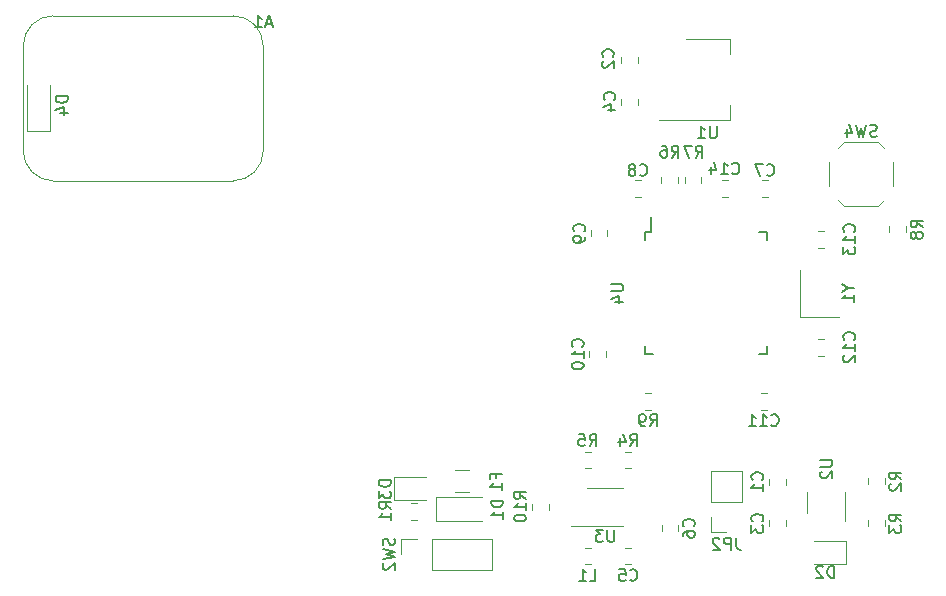
<source format=gbr>
G04 #@! TF.GenerationSoftware,KiCad,Pcbnew,(5.1.6)-1*
G04 #@! TF.CreationDate,2020-11-30T20:52:42-08:00*
G04 #@! TF.ProjectId,pcb2,70636232-2e6b-4696-9361-645f70636258,rev?*
G04 #@! TF.SameCoordinates,Original*
G04 #@! TF.FileFunction,Legend,Bot*
G04 #@! TF.FilePolarity,Positive*
%FSLAX46Y46*%
G04 Gerber Fmt 4.6, Leading zero omitted, Abs format (unit mm)*
G04 Created by KiCad (PCBNEW (5.1.6)-1) date 2020-11-30 20:52:42*
%MOMM*%
%LPD*%
G01*
G04 APERTURE LIST*
%ADD10C,0.120000*%
%ADD11C,0.150000*%
G04 APERTURE END LIST*
D10*
G04 #@! TO.C,C14*
X151205458Y-68804860D02*
X150688302Y-68804860D01*
X151205458Y-67384860D02*
X150688302Y-67384860D01*
G04 #@! TO.C,C8*
X143870178Y-68807400D02*
X143353022Y-68807400D01*
X143870178Y-67387400D02*
X143353022Y-67387400D01*
G04 #@! TO.C,A1*
X109347000Y-67437000D02*
X94107000Y-67437000D01*
X111887000Y-56007000D02*
X111887000Y-64897000D01*
X91567000Y-56007000D02*
X91567000Y-64897000D01*
X94107000Y-53467000D02*
X109347000Y-53467000D01*
X94107000Y-53467000D02*
G75*
G03*
X91567000Y-56007000I0J-2540000D01*
G01*
X111887000Y-56007000D02*
G75*
G03*
X109347000Y-53467000I-2540000J0D01*
G01*
X109347000Y-67437000D02*
G75*
G03*
X111887000Y-64897000I0J2540000D01*
G01*
X91567000Y-64897000D02*
G75*
G03*
X94107000Y-67437000I2540000J0D01*
G01*
G04 #@! TO.C,C1*
X156132600Y-92656922D02*
X156132600Y-93174078D01*
X154712600Y-92656922D02*
X154712600Y-93174078D01*
G04 #@! TO.C,C2*
X142190400Y-57436278D02*
X142190400Y-56919122D01*
X143610400Y-57436278D02*
X143610400Y-56919122D01*
G04 #@! TO.C,C3*
X156132600Y-96700078D02*
X156132600Y-96182922D01*
X154712600Y-96700078D02*
X154712600Y-96182922D01*
G04 #@! TO.C,C4*
X142190400Y-60475122D02*
X142190400Y-60992278D01*
X143610400Y-60475122D02*
X143610400Y-60992278D01*
G04 #@! TO.C,C5*
X142517122Y-98502400D02*
X143034278Y-98502400D01*
X142517122Y-99922400D02*
X143034278Y-99922400D01*
G04 #@! TO.C,C6*
X147026700Y-96604322D02*
X147026700Y-97121478D01*
X145606700Y-96604322D02*
X145606700Y-97121478D01*
G04 #@! TO.C,C7*
X154099522Y-68807400D02*
X154616678Y-68807400D01*
X154099522Y-67387400D02*
X154616678Y-67387400D01*
G04 #@! TO.C,C9*
X141019600Y-72140578D02*
X141019600Y-71623422D01*
X139599600Y-72140578D02*
X139599600Y-71623422D01*
G04 #@! TO.C,C10*
X139498000Y-81861922D02*
X139498000Y-82379078D01*
X140918000Y-81861922D02*
X140918000Y-82379078D01*
G04 #@! TO.C,C11*
X153997922Y-86816000D02*
X154515078Y-86816000D01*
X153997922Y-85396000D02*
X154515078Y-85396000D01*
G04 #@! TO.C,C12*
X158823922Y-80824000D02*
X159341078Y-80824000D01*
X158823922Y-82244000D02*
X159341078Y-82244000D01*
G04 #@! TO.C,C13*
X158823922Y-73100000D02*
X159341078Y-73100000D01*
X158823922Y-71680000D02*
X159341078Y-71680000D01*
G04 #@! TO.C,D1*
X126488900Y-96250000D02*
X126488900Y-94250000D01*
X126488900Y-94250000D02*
X130388900Y-94250000D01*
X126488900Y-96250000D02*
X130388900Y-96250000D01*
G04 #@! TO.C,D2*
X161220100Y-99893000D02*
X158535100Y-99893000D01*
X161220100Y-97973000D02*
X161220100Y-99893000D01*
X158535100Y-97973000D02*
X161220100Y-97973000D01*
G04 #@! TO.C,D3*
X125627400Y-94432000D02*
X122942400Y-94432000D01*
X122942400Y-94432000D02*
X122942400Y-92512000D01*
X122942400Y-92512000D02*
X125627400Y-92512000D01*
G04 #@! TO.C,D4*
X93862400Y-63260800D02*
X93862400Y-59360800D01*
X91862400Y-63260800D02*
X91862400Y-59360800D01*
X93862400Y-63260800D02*
X91862400Y-63260800D01*
G04 #@! TO.C,F1*
X129344964Y-93747000D02*
X128140836Y-93747000D01*
X129344964Y-91927000D02*
X128140836Y-91927000D01*
G04 #@! TO.C,JP2*
X149774600Y-97215000D02*
X151104600Y-97215000D01*
X149774600Y-95885000D02*
X149774600Y-97215000D01*
X149774600Y-94615000D02*
X152434600Y-94615000D01*
X152434600Y-94615000D02*
X152434600Y-92015000D01*
X149774600Y-94615000D02*
X149774600Y-92015000D01*
X149774600Y-92015000D02*
X152434600Y-92015000D01*
G04 #@! TO.C,L1*
X139605278Y-99922400D02*
X139088122Y-99922400D01*
X139605278Y-98502400D02*
X139088122Y-98502400D01*
G04 #@! TO.C,R1*
X124368822Y-96150500D02*
X124885978Y-96150500D01*
X124368822Y-94730500D02*
X124885978Y-94730500D01*
G04 #@! TO.C,R2*
X164514600Y-92626922D02*
X164514600Y-93144078D01*
X163094600Y-92626922D02*
X163094600Y-93144078D01*
G04 #@! TO.C,R3*
X163094600Y-96700078D02*
X163094600Y-96182922D01*
X164514600Y-96700078D02*
X164514600Y-96182922D01*
G04 #@! TO.C,R4*
X143034278Y-91794400D02*
X142517122Y-91794400D01*
X143034278Y-90374400D02*
X142517122Y-90374400D01*
G04 #@! TO.C,R5*
X139605278Y-90374400D02*
X139088122Y-90374400D01*
X139605278Y-91794400D02*
X139088122Y-91794400D01*
G04 #@! TO.C,R6*
X147014000Y-67647078D02*
X147014000Y-67129922D01*
X145594000Y-67647078D02*
X145594000Y-67129922D01*
G04 #@! TO.C,R7*
X147554880Y-67647078D02*
X147554880Y-67129922D01*
X148974880Y-67647078D02*
X148974880Y-67129922D01*
G04 #@! TO.C,R8*
X166318000Y-71808078D02*
X166318000Y-71290922D01*
X164898000Y-71808078D02*
X164898000Y-71290922D01*
G04 #@! TO.C,R9*
X144218922Y-86816000D02*
X144736078Y-86816000D01*
X144218922Y-85396000D02*
X144736078Y-85396000D01*
G04 #@! TO.C,R10*
X134621200Y-95328478D02*
X134621200Y-94811322D01*
X136041200Y-95328478D02*
X136041200Y-94811322D01*
G04 #@! TO.C,SW2*
X123555401Y-97731001D02*
X123555401Y-99061001D01*
X124885401Y-97731001D02*
X123555401Y-97731001D01*
X126155401Y-97731001D02*
X126155401Y-100391001D01*
X126155401Y-100391001D02*
X131295401Y-100391001D01*
X126155401Y-97731001D02*
X131295401Y-97731001D01*
X131295401Y-97731001D02*
X131295401Y-100391001D01*
G04 #@! TO.C,SW4*
X161059200Y-69572800D02*
X160569200Y-69082800D01*
X163959200Y-69572800D02*
X161059200Y-69572800D01*
X163959200Y-69572800D02*
X164449200Y-69082800D01*
X163959200Y-64132800D02*
X161059200Y-64132800D01*
X163959200Y-64132800D02*
X164449200Y-64622800D01*
X159789200Y-67892800D02*
X159789200Y-65812800D01*
X161059200Y-64132800D02*
X160569200Y-64622800D01*
X165229200Y-67892800D02*
X165229200Y-65812800D01*
G04 #@! TO.C,U1*
X145404400Y-62287200D02*
X151414400Y-62287200D01*
X147654400Y-55467200D02*
X151414400Y-55467200D01*
X151414400Y-62287200D02*
X151414400Y-61027200D01*
X151414400Y-55467200D02*
X151414400Y-56727200D01*
G04 #@! TO.C,U2*
X161162600Y-93799000D02*
X161162600Y-96249000D01*
X157942600Y-95599000D02*
X157942600Y-93799000D01*
G04 #@! TO.C,U3*
X140838700Y-96702400D02*
X137913700Y-96702400D01*
X140838700Y-96702400D02*
X142338700Y-96702400D01*
X140838700Y-93482400D02*
X139338700Y-93482400D01*
X140838700Y-93482400D02*
X142338700Y-93482400D01*
D11*
G04 #@! TO.C,U4*
X144752000Y-71787000D02*
X144752000Y-70512000D01*
X144177000Y-82137000D02*
X144177000Y-81462000D01*
X154527000Y-82137000D02*
X154527000Y-81462000D01*
X154527000Y-71787000D02*
X154527000Y-72462000D01*
X144177000Y-71787000D02*
X144177000Y-72462000D01*
X154527000Y-71787000D02*
X153852000Y-71787000D01*
X154527000Y-82137000D02*
X153852000Y-82137000D01*
X144177000Y-82137000D02*
X144852000Y-82137000D01*
X144177000Y-71787000D02*
X144752000Y-71787000D01*
D10*
G04 #@! TO.C,Y1*
X157354000Y-78962000D02*
X157354000Y-74962000D01*
X160654000Y-78962000D02*
X157354000Y-78962000D01*
G04 #@! TO.C,C14*
D11*
X151589737Y-66802002D02*
X151637356Y-66849621D01*
X151780213Y-66897240D01*
X151875451Y-66897240D01*
X152018308Y-66849621D01*
X152113546Y-66754383D01*
X152161165Y-66659145D01*
X152208784Y-66468669D01*
X152208784Y-66325812D01*
X152161165Y-66135336D01*
X152113546Y-66040098D01*
X152018308Y-65944860D01*
X151875451Y-65897240D01*
X151780213Y-65897240D01*
X151637356Y-65944860D01*
X151589737Y-65992479D01*
X150637356Y-66897240D02*
X151208784Y-66897240D01*
X150923070Y-66897240D02*
X150923070Y-65897240D01*
X151018308Y-66040098D01*
X151113546Y-66135336D01*
X151208784Y-66182955D01*
X149780213Y-66230574D02*
X149780213Y-66897240D01*
X150018308Y-65849621D02*
X150256403Y-66563907D01*
X149637356Y-66563907D01*
G04 #@! TO.C,C8*
X143778266Y-66930542D02*
X143825885Y-66978161D01*
X143968742Y-67025780D01*
X144063980Y-67025780D01*
X144206838Y-66978161D01*
X144302076Y-66882923D01*
X144349695Y-66787685D01*
X144397314Y-66597209D01*
X144397314Y-66454352D01*
X144349695Y-66263876D01*
X144302076Y-66168638D01*
X144206838Y-66073400D01*
X144063980Y-66025780D01*
X143968742Y-66025780D01*
X143825885Y-66073400D01*
X143778266Y-66121019D01*
X143206838Y-66454352D02*
X143302076Y-66406733D01*
X143349695Y-66359114D01*
X143397314Y-66263876D01*
X143397314Y-66216257D01*
X143349695Y-66121019D01*
X143302076Y-66073400D01*
X143206838Y-66025780D01*
X143016361Y-66025780D01*
X142921123Y-66073400D01*
X142873504Y-66121019D01*
X142825885Y-66216257D01*
X142825885Y-66263876D01*
X142873504Y-66359114D01*
X142921123Y-66406733D01*
X143016361Y-66454352D01*
X143206838Y-66454352D01*
X143302076Y-66501971D01*
X143349695Y-66549590D01*
X143397314Y-66644828D01*
X143397314Y-66835304D01*
X143349695Y-66930542D01*
X143302076Y-66978161D01*
X143206838Y-67025780D01*
X143016361Y-67025780D01*
X142921123Y-66978161D01*
X142873504Y-66930542D01*
X142825885Y-66835304D01*
X142825885Y-66644828D01*
X142873504Y-66549590D01*
X142921123Y-66501971D01*
X143016361Y-66454352D01*
G04 #@! TO.C,A1*
X112601285Y-54133666D02*
X112125095Y-54133666D01*
X112696523Y-54419380D02*
X112363190Y-53419380D01*
X112029857Y-54419380D01*
X111172714Y-54419380D02*
X111744142Y-54419380D01*
X111458428Y-54419380D02*
X111458428Y-53419380D01*
X111553666Y-53562238D01*
X111648904Y-53657476D01*
X111744142Y-53705095D01*
G04 #@! TO.C,C1*
X154129742Y-92748833D02*
X154177361Y-92701214D01*
X154224980Y-92558357D01*
X154224980Y-92463119D01*
X154177361Y-92320261D01*
X154082123Y-92225023D01*
X153986885Y-92177404D01*
X153796409Y-92129785D01*
X153653552Y-92129785D01*
X153463076Y-92177404D01*
X153367838Y-92225023D01*
X153272600Y-92320261D01*
X153224980Y-92463119D01*
X153224980Y-92558357D01*
X153272600Y-92701214D01*
X153320219Y-92748833D01*
X154224980Y-93701214D02*
X154224980Y-93129785D01*
X154224980Y-93415500D02*
X153224980Y-93415500D01*
X153367838Y-93320261D01*
X153463076Y-93225023D01*
X153510695Y-93129785D01*
G04 #@! TO.C,C2*
X141479542Y-56932533D02*
X141527161Y-56884914D01*
X141574780Y-56742057D01*
X141574780Y-56646819D01*
X141527161Y-56503961D01*
X141431923Y-56408723D01*
X141336685Y-56361104D01*
X141146209Y-56313485D01*
X141003352Y-56313485D01*
X140812876Y-56361104D01*
X140717638Y-56408723D01*
X140622400Y-56503961D01*
X140574780Y-56646819D01*
X140574780Y-56742057D01*
X140622400Y-56884914D01*
X140670019Y-56932533D01*
X140670019Y-57313485D02*
X140622400Y-57361104D01*
X140574780Y-57456342D01*
X140574780Y-57694438D01*
X140622400Y-57789676D01*
X140670019Y-57837295D01*
X140765257Y-57884914D01*
X140860495Y-57884914D01*
X141003352Y-57837295D01*
X141574780Y-57265866D01*
X141574780Y-57884914D01*
G04 #@! TO.C,C3*
X154128742Y-96274833D02*
X154176361Y-96227214D01*
X154223980Y-96084357D01*
X154223980Y-95989119D01*
X154176361Y-95846261D01*
X154081123Y-95751023D01*
X153985885Y-95703404D01*
X153795409Y-95655785D01*
X153652552Y-95655785D01*
X153462076Y-95703404D01*
X153366838Y-95751023D01*
X153271600Y-95846261D01*
X153223980Y-95989119D01*
X153223980Y-96084357D01*
X153271600Y-96227214D01*
X153319219Y-96274833D01*
X153223980Y-96608166D02*
X153223980Y-97227214D01*
X153604933Y-96893880D01*
X153604933Y-97036738D01*
X153652552Y-97131976D01*
X153700171Y-97179595D01*
X153795409Y-97227214D01*
X154033504Y-97227214D01*
X154128742Y-97179595D01*
X154176361Y-97131976D01*
X154223980Y-97036738D01*
X154223980Y-96751023D01*
X154176361Y-96655785D01*
X154128742Y-96608166D01*
G04 #@! TO.C,C4*
X141607542Y-60567033D02*
X141655161Y-60519414D01*
X141702780Y-60376557D01*
X141702780Y-60281319D01*
X141655161Y-60138461D01*
X141559923Y-60043223D01*
X141464685Y-59995604D01*
X141274209Y-59947985D01*
X141131352Y-59947985D01*
X140940876Y-59995604D01*
X140845638Y-60043223D01*
X140750400Y-60138461D01*
X140702780Y-60281319D01*
X140702780Y-60376557D01*
X140750400Y-60519414D01*
X140798019Y-60567033D01*
X141036114Y-61424176D02*
X141702780Y-61424176D01*
X140655161Y-61186080D02*
X141369447Y-60947985D01*
X141369447Y-61567033D01*
G04 #@! TO.C,C5*
X142942366Y-101219542D02*
X142989985Y-101267161D01*
X143132842Y-101314780D01*
X143228080Y-101314780D01*
X143370938Y-101267161D01*
X143466176Y-101171923D01*
X143513795Y-101076685D01*
X143561414Y-100886209D01*
X143561414Y-100743352D01*
X143513795Y-100552876D01*
X143466176Y-100457638D01*
X143370938Y-100362400D01*
X143228080Y-100314780D01*
X143132842Y-100314780D01*
X142989985Y-100362400D01*
X142942366Y-100410019D01*
X142037604Y-100314780D02*
X142513795Y-100314780D01*
X142561414Y-100790971D01*
X142513795Y-100743352D01*
X142418557Y-100695733D01*
X142180461Y-100695733D01*
X142085223Y-100743352D01*
X142037604Y-100790971D01*
X141989985Y-100886209D01*
X141989985Y-101124304D01*
X142037604Y-101219542D01*
X142085223Y-101267161D01*
X142180461Y-101314780D01*
X142418557Y-101314780D01*
X142513795Y-101267161D01*
X142561414Y-101219542D01*
G04 #@! TO.C,C6*
X148324842Y-96696233D02*
X148372461Y-96648614D01*
X148420080Y-96505757D01*
X148420080Y-96410519D01*
X148372461Y-96267661D01*
X148277223Y-96172423D01*
X148181985Y-96124804D01*
X147991509Y-96077185D01*
X147848652Y-96077185D01*
X147658176Y-96124804D01*
X147562938Y-96172423D01*
X147467700Y-96267661D01*
X147420080Y-96410519D01*
X147420080Y-96505757D01*
X147467700Y-96648614D01*
X147515319Y-96696233D01*
X147420080Y-97553376D02*
X147420080Y-97362900D01*
X147467700Y-97267661D01*
X147515319Y-97220042D01*
X147658176Y-97124804D01*
X147848652Y-97077185D01*
X148229604Y-97077185D01*
X148324842Y-97124804D01*
X148372461Y-97172423D01*
X148420080Y-97267661D01*
X148420080Y-97458138D01*
X148372461Y-97553376D01*
X148324842Y-97600995D01*
X148229604Y-97648614D01*
X147991509Y-97648614D01*
X147896271Y-97600995D01*
X147848652Y-97553376D01*
X147801033Y-97458138D01*
X147801033Y-97267661D01*
X147848652Y-97172423D01*
X147896271Y-97124804D01*
X147991509Y-97077185D01*
G04 #@! TO.C,C7*
X154524766Y-66930542D02*
X154572385Y-66978161D01*
X154715242Y-67025780D01*
X154810480Y-67025780D01*
X154953338Y-66978161D01*
X155048576Y-66882923D01*
X155096195Y-66787685D01*
X155143814Y-66597209D01*
X155143814Y-66454352D01*
X155096195Y-66263876D01*
X155048576Y-66168638D01*
X154953338Y-66073400D01*
X154810480Y-66025780D01*
X154715242Y-66025780D01*
X154572385Y-66073400D01*
X154524766Y-66121019D01*
X154191433Y-66025780D02*
X153524766Y-66025780D01*
X153953338Y-67025780D01*
G04 #@! TO.C,C9*
X139041142Y-71715333D02*
X139088761Y-71667714D01*
X139136380Y-71524857D01*
X139136380Y-71429619D01*
X139088761Y-71286761D01*
X138993523Y-71191523D01*
X138898285Y-71143904D01*
X138707809Y-71096285D01*
X138564952Y-71096285D01*
X138374476Y-71143904D01*
X138279238Y-71191523D01*
X138184000Y-71286761D01*
X138136380Y-71429619D01*
X138136380Y-71524857D01*
X138184000Y-71667714D01*
X138231619Y-71715333D01*
X139136380Y-72191523D02*
X139136380Y-72382000D01*
X139088761Y-72477238D01*
X139041142Y-72524857D01*
X138898285Y-72620095D01*
X138707809Y-72667714D01*
X138326857Y-72667714D01*
X138231619Y-72620095D01*
X138184000Y-72572476D01*
X138136380Y-72477238D01*
X138136380Y-72286761D01*
X138184000Y-72191523D01*
X138231619Y-72143904D01*
X138326857Y-72096285D01*
X138564952Y-72096285D01*
X138660190Y-72143904D01*
X138707809Y-72191523D01*
X138755428Y-72286761D01*
X138755428Y-72477238D01*
X138707809Y-72572476D01*
X138660190Y-72620095D01*
X138564952Y-72667714D01*
G04 #@! TO.C,C10*
X138915142Y-81477642D02*
X138962761Y-81430023D01*
X139010380Y-81287166D01*
X139010380Y-81191928D01*
X138962761Y-81049071D01*
X138867523Y-80953833D01*
X138772285Y-80906214D01*
X138581809Y-80858595D01*
X138438952Y-80858595D01*
X138248476Y-80906214D01*
X138153238Y-80953833D01*
X138058000Y-81049071D01*
X138010380Y-81191928D01*
X138010380Y-81287166D01*
X138058000Y-81430023D01*
X138105619Y-81477642D01*
X139010380Y-82430023D02*
X139010380Y-81858595D01*
X139010380Y-82144309D02*
X138010380Y-82144309D01*
X138153238Y-82049071D01*
X138248476Y-81953833D01*
X138296095Y-81858595D01*
X138010380Y-83049071D02*
X138010380Y-83144309D01*
X138058000Y-83239547D01*
X138105619Y-83287166D01*
X138200857Y-83334785D01*
X138391333Y-83382404D01*
X138629428Y-83382404D01*
X138819904Y-83334785D01*
X138915142Y-83287166D01*
X138962761Y-83239547D01*
X139010380Y-83144309D01*
X139010380Y-83049071D01*
X138962761Y-82953833D01*
X138915142Y-82906214D01*
X138819904Y-82858595D01*
X138629428Y-82810976D01*
X138391333Y-82810976D01*
X138200857Y-82858595D01*
X138105619Y-82906214D01*
X138058000Y-82953833D01*
X138010380Y-83049071D01*
G04 #@! TO.C,C11*
X154899357Y-88113142D02*
X154946976Y-88160761D01*
X155089833Y-88208380D01*
X155185071Y-88208380D01*
X155327928Y-88160761D01*
X155423166Y-88065523D01*
X155470785Y-87970285D01*
X155518404Y-87779809D01*
X155518404Y-87636952D01*
X155470785Y-87446476D01*
X155423166Y-87351238D01*
X155327928Y-87256000D01*
X155185071Y-87208380D01*
X155089833Y-87208380D01*
X154946976Y-87256000D01*
X154899357Y-87303619D01*
X153946976Y-88208380D02*
X154518404Y-88208380D01*
X154232690Y-88208380D02*
X154232690Y-87208380D01*
X154327928Y-87351238D01*
X154423166Y-87446476D01*
X154518404Y-87494095D01*
X152994595Y-88208380D02*
X153566023Y-88208380D01*
X153280309Y-88208380D02*
X153280309Y-87208380D01*
X153375547Y-87351238D01*
X153470785Y-87446476D01*
X153566023Y-87494095D01*
G04 #@! TO.C,C12*
X161901142Y-80891142D02*
X161948761Y-80843523D01*
X161996380Y-80700666D01*
X161996380Y-80605428D01*
X161948761Y-80462571D01*
X161853523Y-80367333D01*
X161758285Y-80319714D01*
X161567809Y-80272095D01*
X161424952Y-80272095D01*
X161234476Y-80319714D01*
X161139238Y-80367333D01*
X161044000Y-80462571D01*
X160996380Y-80605428D01*
X160996380Y-80700666D01*
X161044000Y-80843523D01*
X161091619Y-80891142D01*
X161996380Y-81843523D02*
X161996380Y-81272095D01*
X161996380Y-81557809D02*
X160996380Y-81557809D01*
X161139238Y-81462571D01*
X161234476Y-81367333D01*
X161282095Y-81272095D01*
X161091619Y-82224476D02*
X161044000Y-82272095D01*
X160996380Y-82367333D01*
X160996380Y-82605428D01*
X161044000Y-82700666D01*
X161091619Y-82748285D01*
X161186857Y-82795904D01*
X161282095Y-82795904D01*
X161424952Y-82748285D01*
X161996380Y-82176857D01*
X161996380Y-82795904D01*
G04 #@! TO.C,C13*
X161901142Y-71747142D02*
X161948761Y-71699523D01*
X161996380Y-71556666D01*
X161996380Y-71461428D01*
X161948761Y-71318571D01*
X161853523Y-71223333D01*
X161758285Y-71175714D01*
X161567809Y-71128095D01*
X161424952Y-71128095D01*
X161234476Y-71175714D01*
X161139238Y-71223333D01*
X161044000Y-71318571D01*
X160996380Y-71461428D01*
X160996380Y-71556666D01*
X161044000Y-71699523D01*
X161091619Y-71747142D01*
X161996380Y-72699523D02*
X161996380Y-72128095D01*
X161996380Y-72413809D02*
X160996380Y-72413809D01*
X161139238Y-72318571D01*
X161234476Y-72223333D01*
X161282095Y-72128095D01*
X160996380Y-73032857D02*
X160996380Y-73651904D01*
X161377333Y-73318571D01*
X161377333Y-73461428D01*
X161424952Y-73556666D01*
X161472571Y-73604285D01*
X161567809Y-73651904D01*
X161805904Y-73651904D01*
X161901142Y-73604285D01*
X161948761Y-73556666D01*
X161996380Y-73461428D01*
X161996380Y-73175714D01*
X161948761Y-73080476D01*
X161901142Y-73032857D01*
G04 #@! TO.C,D1*
X132176780Y-94511904D02*
X131176780Y-94511904D01*
X131176780Y-94750000D01*
X131224400Y-94892857D01*
X131319638Y-94988095D01*
X131414876Y-95035714D01*
X131605352Y-95083333D01*
X131748209Y-95083333D01*
X131938685Y-95035714D01*
X132033923Y-94988095D01*
X132129161Y-94892857D01*
X132176780Y-94750000D01*
X132176780Y-94511904D01*
X132176780Y-96035714D02*
X132176780Y-95464285D01*
X132176780Y-95750000D02*
X131176780Y-95750000D01*
X131319638Y-95654761D01*
X131414876Y-95559523D01*
X131462495Y-95464285D01*
G04 #@! TO.C,D2*
X160224695Y-101036380D02*
X160224695Y-100036380D01*
X159986600Y-100036380D01*
X159843742Y-100084000D01*
X159748504Y-100179238D01*
X159700885Y-100274476D01*
X159653266Y-100464952D01*
X159653266Y-100607809D01*
X159700885Y-100798285D01*
X159748504Y-100893523D01*
X159843742Y-100988761D01*
X159986600Y-101036380D01*
X160224695Y-101036380D01*
X159272314Y-100131619D02*
X159224695Y-100084000D01*
X159129457Y-100036380D01*
X158891361Y-100036380D01*
X158796123Y-100084000D01*
X158748504Y-100131619D01*
X158700885Y-100226857D01*
X158700885Y-100322095D01*
X158748504Y-100464952D01*
X159319933Y-101036380D01*
X158700885Y-101036380D01*
G04 #@! TO.C,D3*
X122681780Y-92797404D02*
X121681780Y-92797404D01*
X121681780Y-93035500D01*
X121729400Y-93178357D01*
X121824638Y-93273595D01*
X121919876Y-93321214D01*
X122110352Y-93368833D01*
X122253209Y-93368833D01*
X122443685Y-93321214D01*
X122538923Y-93273595D01*
X122634161Y-93178357D01*
X122681780Y-93035500D01*
X122681780Y-92797404D01*
X121681780Y-93702166D02*
X121681780Y-94321214D01*
X122062733Y-93987880D01*
X122062733Y-94130738D01*
X122110352Y-94225976D01*
X122157971Y-94273595D01*
X122253209Y-94321214D01*
X122491304Y-94321214D01*
X122586542Y-94273595D01*
X122634161Y-94225976D01*
X122681780Y-94130738D01*
X122681780Y-93845023D01*
X122634161Y-93749785D01*
X122586542Y-93702166D01*
G04 #@! TO.C,D4*
X95314780Y-60272704D02*
X94314780Y-60272704D01*
X94314780Y-60510800D01*
X94362400Y-60653657D01*
X94457638Y-60748895D01*
X94552876Y-60796514D01*
X94743352Y-60844133D01*
X94886209Y-60844133D01*
X95076685Y-60796514D01*
X95171923Y-60748895D01*
X95267161Y-60653657D01*
X95314780Y-60510800D01*
X95314780Y-60272704D01*
X94648114Y-61701276D02*
X95314780Y-61701276D01*
X94267161Y-61463180D02*
X94981447Y-61225085D01*
X94981447Y-61844133D01*
G04 #@! TO.C,F1*
X131589471Y-92567166D02*
X131589471Y-92233833D01*
X132113280Y-92233833D02*
X131113280Y-92233833D01*
X131113280Y-92710023D01*
X132113280Y-93614785D02*
X132113280Y-93043357D01*
X132113280Y-93329071D02*
X131113280Y-93329071D01*
X131256138Y-93233833D01*
X131351376Y-93138595D01*
X131398995Y-93043357D01*
G04 #@! TO.C,JP2*
X151937933Y-97667380D02*
X151937933Y-98381666D01*
X151985552Y-98524523D01*
X152080790Y-98619761D01*
X152223647Y-98667380D01*
X152318885Y-98667380D01*
X151461742Y-98667380D02*
X151461742Y-97667380D01*
X151080790Y-97667380D01*
X150985552Y-97715000D01*
X150937933Y-97762619D01*
X150890314Y-97857857D01*
X150890314Y-98000714D01*
X150937933Y-98095952D01*
X150985552Y-98143571D01*
X151080790Y-98191190D01*
X151461742Y-98191190D01*
X150509361Y-97762619D02*
X150461742Y-97715000D01*
X150366504Y-97667380D01*
X150128409Y-97667380D01*
X150033171Y-97715000D01*
X149985552Y-97762619D01*
X149937933Y-97857857D01*
X149937933Y-97953095D01*
X149985552Y-98095952D01*
X150556980Y-98667380D01*
X149937933Y-98667380D01*
G04 #@! TO.C,L1*
X139513366Y-101315780D02*
X139989557Y-101315780D01*
X139989557Y-100315780D01*
X138656223Y-101315780D02*
X139227652Y-101315780D01*
X138941938Y-101315780D02*
X138941938Y-100315780D01*
X139037176Y-100458638D01*
X139132414Y-100553876D01*
X139227652Y-100601495D01*
G04 #@! TO.C,R1*
X122715280Y-95210333D02*
X122239090Y-94877000D01*
X122715280Y-94638904D02*
X121715280Y-94638904D01*
X121715280Y-95019857D01*
X121762900Y-95115095D01*
X121810519Y-95162714D01*
X121905757Y-95210333D01*
X122048614Y-95210333D01*
X122143852Y-95162714D01*
X122191471Y-95115095D01*
X122239090Y-95019857D01*
X122239090Y-94638904D01*
X122715280Y-96162714D02*
X122715280Y-95591285D01*
X122715280Y-95877000D02*
X121715280Y-95877000D01*
X121858138Y-95781761D01*
X121953376Y-95686523D01*
X122000995Y-95591285D01*
G04 #@! TO.C,R2*
X165907980Y-92718833D02*
X165431790Y-92385500D01*
X165907980Y-92147404D02*
X164907980Y-92147404D01*
X164907980Y-92528357D01*
X164955600Y-92623595D01*
X165003219Y-92671214D01*
X165098457Y-92718833D01*
X165241314Y-92718833D01*
X165336552Y-92671214D01*
X165384171Y-92623595D01*
X165431790Y-92528357D01*
X165431790Y-92147404D01*
X165003219Y-93099785D02*
X164955600Y-93147404D01*
X164907980Y-93242642D01*
X164907980Y-93480738D01*
X164955600Y-93575976D01*
X165003219Y-93623595D01*
X165098457Y-93671214D01*
X165193695Y-93671214D01*
X165336552Y-93623595D01*
X165907980Y-93052166D01*
X165907980Y-93671214D01*
G04 #@! TO.C,R3*
X165906980Y-96274833D02*
X165430790Y-95941500D01*
X165906980Y-95703404D02*
X164906980Y-95703404D01*
X164906980Y-96084357D01*
X164954600Y-96179595D01*
X165002219Y-96227214D01*
X165097457Y-96274833D01*
X165240314Y-96274833D01*
X165335552Y-96227214D01*
X165383171Y-96179595D01*
X165430790Y-96084357D01*
X165430790Y-95703404D01*
X164906980Y-96608166D02*
X164906980Y-97227214D01*
X165287933Y-96893880D01*
X165287933Y-97036738D01*
X165335552Y-97131976D01*
X165383171Y-97179595D01*
X165478409Y-97227214D01*
X165716504Y-97227214D01*
X165811742Y-97179595D01*
X165859361Y-97131976D01*
X165906980Y-97036738D01*
X165906980Y-96751023D01*
X165859361Y-96655785D01*
X165811742Y-96608166D01*
G04 #@! TO.C,R4*
X142942366Y-89886780D02*
X143275700Y-89410590D01*
X143513795Y-89886780D02*
X143513795Y-88886780D01*
X143132842Y-88886780D01*
X143037604Y-88934400D01*
X142989985Y-88982019D01*
X142942366Y-89077257D01*
X142942366Y-89220114D01*
X142989985Y-89315352D01*
X143037604Y-89362971D01*
X143132842Y-89410590D01*
X143513795Y-89410590D01*
X142085223Y-89220114D02*
X142085223Y-89886780D01*
X142323319Y-88839161D02*
X142561414Y-89553447D01*
X141942366Y-89553447D01*
G04 #@! TO.C,R5*
X139513366Y-89886780D02*
X139846700Y-89410590D01*
X140084795Y-89886780D02*
X140084795Y-88886780D01*
X139703842Y-88886780D01*
X139608604Y-88934400D01*
X139560985Y-88982019D01*
X139513366Y-89077257D01*
X139513366Y-89220114D01*
X139560985Y-89315352D01*
X139608604Y-89362971D01*
X139703842Y-89410590D01*
X140084795Y-89410590D01*
X138608604Y-88886780D02*
X139084795Y-88886780D01*
X139132414Y-89362971D01*
X139084795Y-89315352D01*
X138989557Y-89267733D01*
X138751461Y-89267733D01*
X138656223Y-89315352D01*
X138608604Y-89362971D01*
X138560985Y-89458209D01*
X138560985Y-89696304D01*
X138608604Y-89791542D01*
X138656223Y-89839161D01*
X138751461Y-89886780D01*
X138989557Y-89886780D01*
X139084795Y-89839161D01*
X139132414Y-89791542D01*
G04 #@! TO.C,R6*
X146470666Y-65476380D02*
X146804000Y-65000190D01*
X147042095Y-65476380D02*
X147042095Y-64476380D01*
X146661142Y-64476380D01*
X146565904Y-64524000D01*
X146518285Y-64571619D01*
X146470666Y-64666857D01*
X146470666Y-64809714D01*
X146518285Y-64904952D01*
X146565904Y-64952571D01*
X146661142Y-65000190D01*
X147042095Y-65000190D01*
X145613523Y-64476380D02*
X145804000Y-64476380D01*
X145899238Y-64524000D01*
X145946857Y-64571619D01*
X146042095Y-64714476D01*
X146089714Y-64904952D01*
X146089714Y-65285904D01*
X146042095Y-65381142D01*
X145994476Y-65428761D01*
X145899238Y-65476380D01*
X145708761Y-65476380D01*
X145613523Y-65428761D01*
X145565904Y-65381142D01*
X145518285Y-65285904D01*
X145518285Y-65047809D01*
X145565904Y-64952571D01*
X145613523Y-64904952D01*
X145708761Y-64857333D01*
X145899238Y-64857333D01*
X145994476Y-64904952D01*
X146042095Y-64952571D01*
X146089714Y-65047809D01*
G04 #@! TO.C,R7*
X148487426Y-65476380D02*
X148820760Y-65000190D01*
X149058855Y-65476380D02*
X149058855Y-64476380D01*
X148677902Y-64476380D01*
X148582664Y-64524000D01*
X148535045Y-64571619D01*
X148487426Y-64666857D01*
X148487426Y-64809714D01*
X148535045Y-64904952D01*
X148582664Y-64952571D01*
X148677902Y-65000190D01*
X149058855Y-65000190D01*
X148154093Y-64476380D02*
X147487426Y-64476380D01*
X147915998Y-65476380D01*
G04 #@! TO.C,R8*
X167710380Y-71382833D02*
X167234190Y-71049500D01*
X167710380Y-70811404D02*
X166710380Y-70811404D01*
X166710380Y-71192357D01*
X166758000Y-71287595D01*
X166805619Y-71335214D01*
X166900857Y-71382833D01*
X167043714Y-71382833D01*
X167138952Y-71335214D01*
X167186571Y-71287595D01*
X167234190Y-71192357D01*
X167234190Y-70811404D01*
X167138952Y-71954261D02*
X167091333Y-71859023D01*
X167043714Y-71811404D01*
X166948476Y-71763785D01*
X166900857Y-71763785D01*
X166805619Y-71811404D01*
X166758000Y-71859023D01*
X166710380Y-71954261D01*
X166710380Y-72144738D01*
X166758000Y-72239976D01*
X166805619Y-72287595D01*
X166900857Y-72335214D01*
X166948476Y-72335214D01*
X167043714Y-72287595D01*
X167091333Y-72239976D01*
X167138952Y-72144738D01*
X167138952Y-71954261D01*
X167186571Y-71859023D01*
X167234190Y-71811404D01*
X167329428Y-71763785D01*
X167519904Y-71763785D01*
X167615142Y-71811404D01*
X167662761Y-71859023D01*
X167710380Y-71954261D01*
X167710380Y-72144738D01*
X167662761Y-72239976D01*
X167615142Y-72287595D01*
X167519904Y-72335214D01*
X167329428Y-72335214D01*
X167234190Y-72287595D01*
X167186571Y-72239976D01*
X167138952Y-72144738D01*
G04 #@! TO.C,R9*
X144644166Y-88208380D02*
X144977500Y-87732190D01*
X145215595Y-88208380D02*
X145215595Y-87208380D01*
X144834642Y-87208380D01*
X144739404Y-87256000D01*
X144691785Y-87303619D01*
X144644166Y-87398857D01*
X144644166Y-87541714D01*
X144691785Y-87636952D01*
X144739404Y-87684571D01*
X144834642Y-87732190D01*
X145215595Y-87732190D01*
X144167976Y-88208380D02*
X143977500Y-88208380D01*
X143882261Y-88160761D01*
X143834642Y-88113142D01*
X143739404Y-87970285D01*
X143691785Y-87779809D01*
X143691785Y-87398857D01*
X143739404Y-87303619D01*
X143787023Y-87256000D01*
X143882261Y-87208380D01*
X144072738Y-87208380D01*
X144167976Y-87256000D01*
X144215595Y-87303619D01*
X144263214Y-87398857D01*
X144263214Y-87636952D01*
X144215595Y-87732190D01*
X144167976Y-87779809D01*
X144072738Y-87827428D01*
X143882261Y-87827428D01*
X143787023Y-87779809D01*
X143739404Y-87732190D01*
X143691785Y-87636952D01*
G04 #@! TO.C,R10*
X134132580Y-94378542D02*
X133656390Y-94045209D01*
X134132580Y-93807114D02*
X133132580Y-93807114D01*
X133132580Y-94188066D01*
X133180200Y-94283304D01*
X133227819Y-94330923D01*
X133323057Y-94378542D01*
X133465914Y-94378542D01*
X133561152Y-94330923D01*
X133608771Y-94283304D01*
X133656390Y-94188066D01*
X133656390Y-93807114D01*
X134132580Y-95330923D02*
X134132580Y-94759495D01*
X134132580Y-95045209D02*
X133132580Y-95045209D01*
X133275438Y-94949971D01*
X133370676Y-94854733D01*
X133418295Y-94759495D01*
X133132580Y-95949971D02*
X133132580Y-96045209D01*
X133180200Y-96140447D01*
X133227819Y-96188066D01*
X133323057Y-96235685D01*
X133513533Y-96283304D01*
X133751628Y-96283304D01*
X133942104Y-96235685D01*
X134037342Y-96188066D01*
X134084961Y-96140447D01*
X134132580Y-96045209D01*
X134132580Y-95949971D01*
X134084961Y-95854733D01*
X134037342Y-95807114D01*
X133942104Y-95759495D01*
X133751628Y-95711876D01*
X133513533Y-95711876D01*
X133323057Y-95759495D01*
X133227819Y-95807114D01*
X133180200Y-95854733D01*
X133132580Y-95949971D01*
G04 #@! TO.C,SW2*
X122960162Y-97727667D02*
X123007781Y-97870524D01*
X123007781Y-98108620D01*
X122960162Y-98203858D01*
X122912543Y-98251477D01*
X122817305Y-98299096D01*
X122722067Y-98299096D01*
X122626829Y-98251477D01*
X122579210Y-98203858D01*
X122531591Y-98108620D01*
X122483972Y-97918143D01*
X122436353Y-97822905D01*
X122388734Y-97775286D01*
X122293496Y-97727667D01*
X122198258Y-97727667D01*
X122103020Y-97775286D01*
X122055401Y-97822905D01*
X122007781Y-97918143D01*
X122007781Y-98156239D01*
X122055401Y-98299096D01*
X122007781Y-98632429D02*
X123007781Y-98870524D01*
X122293496Y-99061001D01*
X123007781Y-99251477D01*
X122007781Y-99489572D01*
X122103020Y-99822905D02*
X122055401Y-99870524D01*
X122007781Y-99965762D01*
X122007781Y-100203858D01*
X122055401Y-100299096D01*
X122103020Y-100346715D01*
X122198258Y-100394334D01*
X122293496Y-100394334D01*
X122436353Y-100346715D01*
X123007781Y-99775286D01*
X123007781Y-100394334D01*
G04 #@! TO.C,SW4*
X163842533Y-63657561D02*
X163699676Y-63705180D01*
X163461580Y-63705180D01*
X163366342Y-63657561D01*
X163318723Y-63609942D01*
X163271104Y-63514704D01*
X163271104Y-63419466D01*
X163318723Y-63324228D01*
X163366342Y-63276609D01*
X163461580Y-63228990D01*
X163652057Y-63181371D01*
X163747295Y-63133752D01*
X163794914Y-63086133D01*
X163842533Y-62990895D01*
X163842533Y-62895657D01*
X163794914Y-62800419D01*
X163747295Y-62752800D01*
X163652057Y-62705180D01*
X163413961Y-62705180D01*
X163271104Y-62752800D01*
X162937771Y-62705180D02*
X162699676Y-63705180D01*
X162509200Y-62990895D01*
X162318723Y-63705180D01*
X162080628Y-62705180D01*
X161271104Y-63038514D02*
X161271104Y-63705180D01*
X161509200Y-62657561D02*
X161747295Y-63371847D01*
X161128247Y-63371847D01*
G04 #@! TO.C,U1*
X150266304Y-62829580D02*
X150266304Y-63639104D01*
X150218685Y-63734342D01*
X150171066Y-63781961D01*
X150075828Y-63829580D01*
X149885352Y-63829580D01*
X149790114Y-63781961D01*
X149742495Y-63734342D01*
X149694876Y-63639104D01*
X149694876Y-62829580D01*
X148694876Y-63829580D02*
X149266304Y-63829580D01*
X148980590Y-63829580D02*
X148980590Y-62829580D01*
X149075828Y-62972438D01*
X149171066Y-63067676D01*
X149266304Y-63115295D01*
G04 #@! TO.C,U2*
X159065980Y-91059095D02*
X159875504Y-91059095D01*
X159970742Y-91106714D01*
X160018361Y-91154333D01*
X160065980Y-91249571D01*
X160065980Y-91440047D01*
X160018361Y-91535285D01*
X159970742Y-91582904D01*
X159875504Y-91630523D01*
X159065980Y-91630523D01*
X159161219Y-92059095D02*
X159113600Y-92106714D01*
X159065980Y-92201952D01*
X159065980Y-92440047D01*
X159113600Y-92535285D01*
X159161219Y-92582904D01*
X159256457Y-92630523D01*
X159351695Y-92630523D01*
X159494552Y-92582904D01*
X160065980Y-92011476D01*
X160065980Y-92630523D01*
G04 #@! TO.C,U3*
X141600604Y-96994780D02*
X141600604Y-97804304D01*
X141552985Y-97899542D01*
X141505366Y-97947161D01*
X141410128Y-97994780D01*
X141219652Y-97994780D01*
X141124414Y-97947161D01*
X141076795Y-97899542D01*
X141029176Y-97804304D01*
X141029176Y-96994780D01*
X140648223Y-96994780D02*
X140029176Y-96994780D01*
X140362509Y-97375733D01*
X140219652Y-97375733D01*
X140124414Y-97423352D01*
X140076795Y-97470971D01*
X140029176Y-97566209D01*
X140029176Y-97804304D01*
X140076795Y-97899542D01*
X140124414Y-97947161D01*
X140219652Y-97994780D01*
X140505366Y-97994780D01*
X140600604Y-97947161D01*
X140648223Y-97899542D01*
G04 #@! TO.C,U4*
X141354380Y-76200095D02*
X142163904Y-76200095D01*
X142259142Y-76247714D01*
X142306761Y-76295333D01*
X142354380Y-76390571D01*
X142354380Y-76581047D01*
X142306761Y-76676285D01*
X142259142Y-76723904D01*
X142163904Y-76771523D01*
X141354380Y-76771523D01*
X141687714Y-77676285D02*
X142354380Y-77676285D01*
X141306761Y-77438190D02*
X142021047Y-77200095D01*
X142021047Y-77819142D01*
G04 #@! TO.C,Y1*
X161430190Y-76485809D02*
X161906380Y-76485809D01*
X160906380Y-76152476D02*
X161430190Y-76485809D01*
X160906380Y-76819142D01*
X161906380Y-77676285D02*
X161906380Y-77104857D01*
X161906380Y-77390571D02*
X160906380Y-77390571D01*
X161049238Y-77295333D01*
X161144476Y-77200095D01*
X161192095Y-77104857D01*
G04 #@! TD*
M02*

</source>
